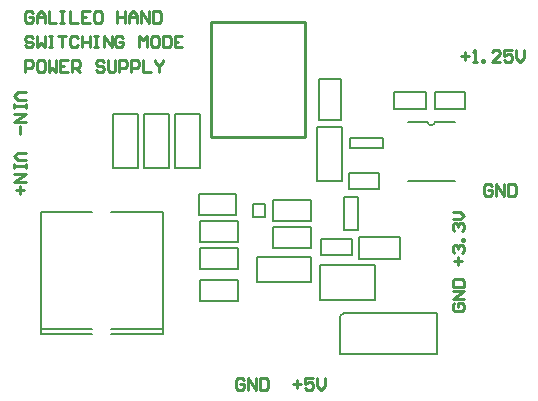
<source format=gto>
G04 Layer_Color=65535*
%FSLAX44Y44*%
%MOMM*%
G71*
G01*
G75*
%ADD30C,0.2000*%
%ADD31C,0.2540*%
D30*
X158853Y86980D02*
G03*
X165147Y86980I3147J420D01*
G01*
X-35000Y8000D02*
Y26000D01*
X-3000D01*
Y8000D02*
Y26000D01*
X-35000Y8000D02*
X-3000D01*
X-34000Y-65000D02*
Y-47000D01*
X-2000D01*
Y-65000D02*
Y-47000D01*
X-34000Y-65000D02*
X-2000D01*
X-34000Y-38000D02*
Y-20000D01*
X-2000D01*
Y-38000D02*
Y-20000D01*
X-34000Y-38000D02*
X-2000D01*
X11000Y17250D02*
X21500D01*
Y6750D02*
Y17250D01*
X11000Y6750D02*
X21500D01*
X11000D02*
Y17250D01*
X100500Y-29250D02*
X135780D01*
X100500D02*
Y-10750D01*
X135780D01*
Y-24500D02*
Y-15500D01*
Y-10750D01*
Y-29250D02*
Y-24500D01*
X-34000Y-15000D02*
Y3000D01*
X-2000D01*
Y-15000D02*
Y3000D01*
X-34000Y-15000D02*
X-2000D01*
X-168500Y-92500D02*
Y10500D01*
X-65500Y-92500D02*
Y10500D01*
X-108750D02*
X-65500D01*
X-168500D02*
X-125250D01*
X-108750Y-92500D02*
X-65500D01*
X-168500D02*
X-125000D01*
X-168500Y-88500D02*
X-125000D01*
X-108750Y-88500D02*
X-65750D01*
X14140Y-48500D02*
Y-27250D01*
X59860D01*
Y-48500D02*
Y-27250D01*
X14140Y-48500D02*
X59860D01*
X-107500Y93860D02*
X-86250D01*
Y48140D02*
Y93860D01*
X-107500Y48140D02*
X-86250D01*
X-107500D02*
Y93860D01*
X-54750Y48140D02*
X-33500D01*
X-54750D02*
Y93860D01*
X-33500D01*
Y48140D02*
Y93860D01*
X-81500D02*
X-60250D01*
Y48140D02*
Y93860D01*
X-81500Y48140D02*
X-60250D01*
X-81500D02*
Y93860D01*
X95000Y-26000D02*
Y-12000D01*
X69000Y-26000D02*
X95000D01*
X69000D02*
Y-12000D01*
X95000D01*
X65250Y37140D02*
X86500D01*
X65250D02*
Y82860D01*
X86500D01*
Y37140D02*
Y82860D01*
X60000Y-20000D02*
Y-2000D01*
X28000Y-20000D02*
X60000D01*
X28000D02*
Y-2000D01*
X60000D01*
X68000Y-64000D02*
Y-34000D01*
X114000D01*
Y-64000D02*
Y-34000D01*
X68000Y-64000D02*
X114000D01*
X85000Y-109500D02*
X167000D01*
Y-74500D01*
X85000Y-109500D02*
Y-77750D01*
X88250Y-74500D01*
X167000D01*
X99750Y-4250D02*
Y23250D01*
X88500Y-4250D02*
X99750D01*
X88500D02*
Y23250D01*
Y23250D02*
X99750D01*
X28000Y3000D02*
Y21000D01*
X60000D01*
Y3000D02*
Y21000D01*
X28000Y3000D02*
X60000D01*
X66750Y88220D02*
Y123500D01*
X85250D01*
Y88220D02*
Y123500D01*
X71500Y88220D02*
X80500D01*
X85250D01*
X66750D02*
X71500D01*
X118000Y30000D02*
Y44000D01*
X92000Y30000D02*
X118000D01*
X92000D02*
Y44000D01*
X118000D01*
X130750Y97750D02*
X157250D01*
Y112250D01*
X130750D02*
X157250D01*
X130750Y97750D02*
Y112250D01*
X93000Y73250D02*
X121000D01*
Y65250D02*
Y73250D01*
X93000Y65000D02*
X121000D01*
X93000D02*
Y73000D01*
X142000Y37000D02*
X182000D01*
X165175Y87000D02*
X182000D01*
X142000D02*
X158825D01*
X191000Y98000D02*
Y112000D01*
X165000Y98000D02*
X191000D01*
X165000D02*
Y112000D01*
X191000D01*
D31*
X-24750Y74500D02*
X55500D01*
Y171250D01*
X-24750D02*
X55500D01*
X-24750Y74500D02*
Y171250D01*
X-181003Y61000D02*
X-187668D01*
X-191000Y57668D01*
X-187668Y54335D01*
X-181003D01*
Y51003D02*
Y47671D01*
Y49337D01*
X-191000D01*
Y51003D01*
Y47671D01*
Y42673D02*
X-181003D01*
X-191000Y36008D01*
X-181003D01*
X-186002Y32676D02*
Y26011D01*
X-182669Y29344D02*
X-189334D01*
X-181003Y112000D02*
X-187668D01*
X-191000Y108668D01*
X-187668Y105336D01*
X-181003D01*
Y102003D02*
Y98671D01*
Y100337D01*
X-191000D01*
Y102003D01*
Y98671D01*
Y93673D02*
X-181003D01*
X-191000Y87008D01*
X-181003D01*
X-186002Y83676D02*
Y77011D01*
X3665Y-131669D02*
X1998Y-130003D01*
X-1334D01*
X-3000Y-131669D01*
Y-138334D01*
X-1334Y-140000D01*
X1998D01*
X3665Y-138334D01*
Y-135002D01*
X332D01*
X6997Y-140000D02*
Y-130003D01*
X13661Y-140000D01*
Y-130003D01*
X16994D02*
Y-140000D01*
X21992D01*
X23658Y-138334D01*
Y-131669D01*
X21992Y-130003D01*
X16994D01*
X45000Y-135002D02*
X51665D01*
X48332Y-131669D02*
Y-138334D01*
X61661Y-130003D02*
X54997D01*
Y-135002D01*
X58329Y-133336D01*
X59995D01*
X61661Y-135002D01*
Y-138334D01*
X59995Y-140000D01*
X56663D01*
X54997Y-138334D01*
X64994Y-130003D02*
Y-136668D01*
X68326Y-140000D01*
X71658Y-136668D01*
Y-130003D01*
X181669Y-66336D02*
X180003Y-68002D01*
Y-71334D01*
X181669Y-73000D01*
X188334D01*
X190000Y-71334D01*
Y-68002D01*
X188334Y-66336D01*
X185002D01*
Y-69668D01*
X190000Y-63003D02*
X180003D01*
X190000Y-56339D01*
X180003D01*
Y-53006D02*
X190000D01*
Y-48008D01*
X188334Y-46342D01*
X181669D01*
X180003Y-48008D01*
Y-53006D01*
X213664Y32331D02*
X211998Y33997D01*
X208666D01*
X207000Y32331D01*
Y25666D01*
X208666Y24000D01*
X211998D01*
X213664Y25666D01*
Y28998D01*
X210332D01*
X216997Y24000D02*
Y33997D01*
X223661Y24000D01*
Y33997D01*
X226994D02*
Y24000D01*
X231992D01*
X233658Y25666D01*
Y32331D01*
X231992Y33997D01*
X226994D01*
X185002Y-34000D02*
Y-27336D01*
X181669Y-30668D02*
X188334D01*
X181669Y-24003D02*
X180003Y-22337D01*
Y-19005D01*
X181669Y-17339D01*
X183335D01*
X185002Y-19005D01*
Y-20671D01*
Y-19005D01*
X186668Y-17339D01*
X188334D01*
X190000Y-19005D01*
Y-22337D01*
X188334Y-24003D01*
X190000Y-14006D02*
X188334D01*
Y-12340D01*
X190000D01*
Y-14006D01*
X181669Y-5676D02*
X180003Y-4010D01*
Y-677D01*
X181669Y989D01*
X183335D01*
X185002Y-677D01*
Y-2344D01*
Y-677D01*
X186668Y989D01*
X188334D01*
X190000Y-677D01*
Y-4010D01*
X188334Y-5676D01*
X180003Y4321D02*
X186668D01*
X190000Y7653D01*
X186668Y10985D01*
X180003D01*
X187000Y142998D02*
X193664D01*
X190332Y146331D02*
Y139666D01*
X196997Y138000D02*
X200329D01*
X198663D01*
Y147997D01*
X196997Y146331D01*
X205327Y138000D02*
Y139666D01*
X206994D01*
Y138000D01*
X205327D01*
X220323D02*
X213658D01*
X220323Y144664D01*
Y146331D01*
X218657Y147997D01*
X215324D01*
X213658Y146331D01*
X230319Y147997D02*
X223655D01*
Y142998D01*
X226987Y144664D01*
X228653D01*
X230319Y142998D01*
Y139666D01*
X228653Y138000D01*
X225321D01*
X223655Y139666D01*
X233652Y147997D02*
Y141332D01*
X236984Y138000D01*
X240316Y141332D01*
Y147997D01*
X-175336Y179331D02*
X-177002Y180997D01*
X-180334D01*
X-182000Y179331D01*
Y172666D01*
X-180334Y171000D01*
X-177002D01*
X-175336Y172666D01*
Y175998D01*
X-178668D01*
X-172003Y171000D02*
Y177665D01*
X-168671Y180997D01*
X-165339Y177665D01*
Y171000D01*
Y175998D01*
X-172003D01*
X-162006Y180997D02*
Y171000D01*
X-155342D01*
X-152010Y180997D02*
X-148677D01*
X-150344D01*
Y171000D01*
X-152010D01*
X-148677D01*
X-143679Y180997D02*
Y171000D01*
X-137015D01*
X-127018Y180997D02*
X-133682D01*
Y171000D01*
X-127018D01*
X-133682Y175998D02*
X-130350D01*
X-118687Y180997D02*
X-122019D01*
X-123686Y179331D01*
Y172666D01*
X-122019Y171000D01*
X-118687D01*
X-117021Y172666D01*
Y179331D01*
X-118687Y180997D01*
X-103692D02*
Y171000D01*
Y175998D01*
X-97027D01*
Y180997D01*
Y171000D01*
X-93695D02*
Y177665D01*
X-90363Y180997D01*
X-87031Y177665D01*
Y171000D01*
Y175998D01*
X-93695D01*
X-83698Y171000D02*
Y180997D01*
X-77034Y171000D01*
Y180997D01*
X-73702D02*
Y171000D01*
X-68703D01*
X-67037Y172666D01*
Y179331D01*
X-68703Y180997D01*
X-73702D01*
X-175336Y158331D02*
X-177002Y159997D01*
X-180334D01*
X-182000Y158331D01*
Y156664D01*
X-180334Y154998D01*
X-177002D01*
X-175336Y153332D01*
Y151666D01*
X-177002Y150000D01*
X-180334D01*
X-182000Y151666D01*
X-172003Y159997D02*
Y150000D01*
X-168671Y153332D01*
X-165339Y150000D01*
Y159997D01*
X-162006D02*
X-158674D01*
X-160340D01*
Y150000D01*
X-162006D01*
X-158674D01*
X-153676Y159997D02*
X-147011D01*
X-150344D01*
Y150000D01*
X-137015Y158331D02*
X-138681Y159997D01*
X-142013D01*
X-143679Y158331D01*
Y151666D01*
X-142013Y150000D01*
X-138681D01*
X-137015Y151666D01*
X-133682Y159997D02*
Y150000D01*
Y154998D01*
X-127018D01*
Y159997D01*
Y150000D01*
X-123686Y159997D02*
X-120353D01*
X-122019D01*
Y150000D01*
X-123686D01*
X-120353D01*
X-115355D02*
Y159997D01*
X-108690Y150000D01*
Y159997D01*
X-98694Y158331D02*
X-100360Y159997D01*
X-103692D01*
X-105358Y158331D01*
Y151666D01*
X-103692Y150000D01*
X-100360D01*
X-98694Y151666D01*
Y154998D01*
X-102026D01*
X-85365Y150000D02*
Y159997D01*
X-82032Y156664D01*
X-78700Y159997D01*
Y150000D01*
X-70369Y159997D02*
X-73702D01*
X-75368Y158331D01*
Y151666D01*
X-73702Y150000D01*
X-70369D01*
X-68703Y151666D01*
Y158331D01*
X-70369Y159997D01*
X-65371D02*
Y150000D01*
X-60373D01*
X-58706Y151666D01*
Y158331D01*
X-60373Y159997D01*
X-65371D01*
X-48710D02*
X-55374D01*
Y150000D01*
X-48710D01*
X-55374Y154998D02*
X-52042D01*
X-182000Y129000D02*
Y138997D01*
X-177002D01*
X-175336Y137331D01*
Y133998D01*
X-177002Y132332D01*
X-182000D01*
X-167005Y138997D02*
X-170337D01*
X-172003Y137331D01*
Y130666D01*
X-170337Y129000D01*
X-167005D01*
X-165339Y130666D01*
Y137331D01*
X-167005Y138997D01*
X-162006D02*
Y129000D01*
X-158674Y132332D01*
X-155342Y129000D01*
Y138997D01*
X-145345D02*
X-152010D01*
Y129000D01*
X-145345D01*
X-152010Y133998D02*
X-148677D01*
X-142013Y129000D02*
Y138997D01*
X-137015D01*
X-135348Y137331D01*
Y133998D01*
X-137015Y132332D01*
X-142013D01*
X-138681D02*
X-135348Y129000D01*
X-115355Y137331D02*
X-117021Y138997D01*
X-120353D01*
X-122019Y137331D01*
Y135665D01*
X-120353Y133998D01*
X-117021D01*
X-115355Y132332D01*
Y130666D01*
X-117021Y129000D01*
X-120353D01*
X-122019Y130666D01*
X-112022Y138997D02*
Y130666D01*
X-110356Y129000D01*
X-107024D01*
X-105358Y130666D01*
Y138997D01*
X-102026Y129000D02*
Y138997D01*
X-97027D01*
X-95361Y137331D01*
Y133998D01*
X-97027Y132332D01*
X-102026D01*
X-92029Y129000D02*
Y138997D01*
X-87031D01*
X-85365Y137331D01*
Y133998D01*
X-87031Y132332D01*
X-92029D01*
X-82032Y138997D02*
Y129000D01*
X-75368D01*
X-72035Y138997D02*
Y137331D01*
X-68703Y133998D01*
X-65371Y137331D01*
Y138997D01*
X-68703Y133998D02*
Y129000D01*
M02*

</source>
